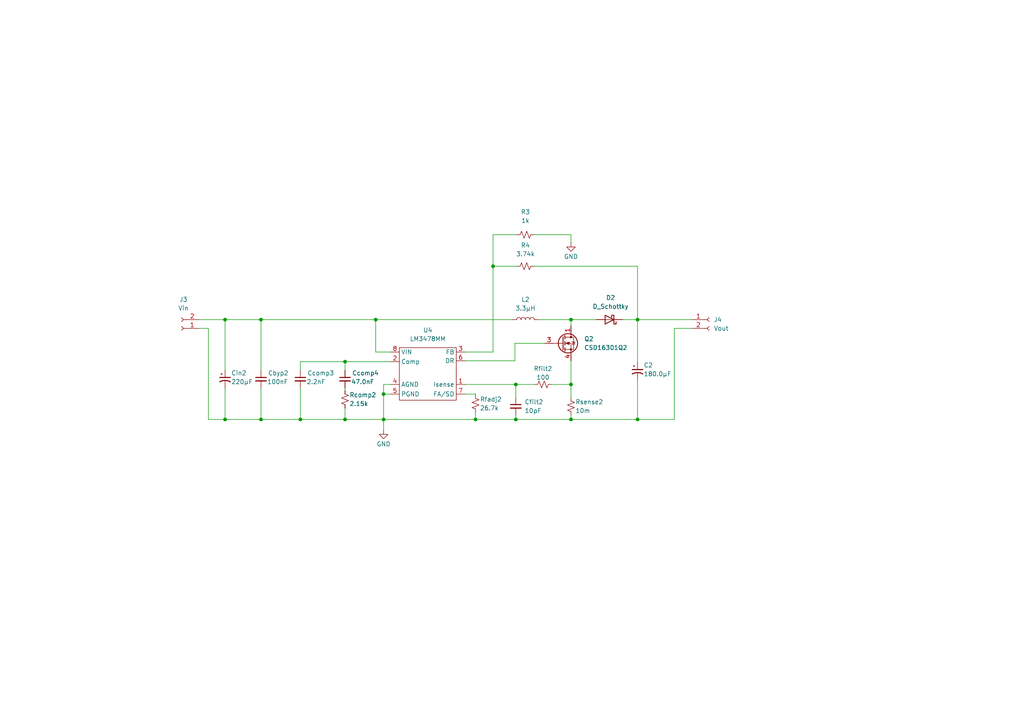
<source format=kicad_sch>
(kicad_sch (version 20211123) (generator eeschema)
  (paper "A4")
  (lib_symbols
    (symbol "Connector:Conn_01x02_Female" (pin_names (offset 1.016) hide)
      (property "Reference" "J" (at 0 2.54 0))
      (property "Value" "Conn_01x02_Female" (at 0 -5.08 0))
      (symbol "Conn_01x02_Female_1_1"
        (arc (start 0 -2.032) (mid -0.508 -2.54) (end 0 -3.048) (stroke (width 0.1524)))
        (polyline (pts (xy -1.27 -2.54) (xy -0.508 -2.54)) (stroke (width 0.1524)))
        (polyline (pts (xy -1.27 0) (xy -0.508 0)) (stroke (width 0.1524)))
        (arc (start 0 0.508) (mid -0.508 0) (end 0 -0.508) (stroke (width 0.1524)))
        (pin passive line (at -5.08 0 0) (length 3.81) (name "Pin_1") (number "1"))
        (pin passive line (at -5.08 -2.54 0) (length 3.81) (name "Pin_2") (number "2"))
      )
    )
    (symbol "CustomPower:LM3478MM"
      (property "Reference" "U" (at 0 -13.97 0))
      (property "Value" "LM3478MM" (at 0 -11.938 0))
      (symbol "LM3478MM_0_1"
        (rectangle (start -7.62 -5.08) (end 8.89 -20.32))
      )
      (symbol "LM3478MM_1_1"
        (pin input line (at 11.43 -15.748 180) (length 2.54) (name "Isense") (number "1"))
        (pin passive line (at -10.16 -9.144 0) (length 2.54) (name "Comp") (number "2"))
        (pin passive line (at 11.43 -6.35 180) (length 2.54) (name "FB") (number "3"))
        (pin passive line (at -10.16 -15.748 0) (length 2.54) (name "AGND") (number "4"))
        (pin passive line (at -10.16 -18.542 0) (length 2.54) (name "PGND") (number "5"))
        (pin passive line (at 11.43 -8.89 180) (length 2.54) (name "DR") (number "6"))
        (pin passive line (at 11.43 -18.542 180) (length 2.54) (name "FA/SD") (number "7"))
        (pin passive line (at -10.16 -6.35 0) (length 2.54) (name "VIN") (number "8"))
      )
    )
    (symbol "Device:C_Polarized_Small_US" (pin_numbers hide) (pin_names (offset 0.254) hide)
      (property "Reference" "C" (at 0.254 1.778 0))
      (property "Value" "C_Polarized_Small_US" (at 0.254 -2.032 0))
      (symbol "C_Polarized_Small_US_0_1"
        (polyline (pts (xy -1.524 0.508) (xy 1.524 0.508)) (stroke (width 0.3048)))
        (polyline (pts (xy -1.27 1.524) (xy -0.762 1.524)))
        (polyline (pts (xy -1.016 1.27) (xy -1.016 1.778)))
        (arc (start 1.524 -0.762) (mid 0 -0.3734) (end -1.524 -0.762) (stroke (width 0.3048)))
      )
      (symbol "C_Polarized_Small_US_1_1"
        (pin passive line (at 0 2.54 270) (length 2.032) (name "~") (number "1"))
        (pin passive line (at 0 -2.54 90) (length 2.032) (name "~") (number "2"))
      )
    )
    (symbol "Device:C_Small" (pin_numbers hide) (pin_names (offset 0.254) hide)
      (property "Reference" "C" (at 0.254 1.778 0))
      (property "Value" "C_Small" (at 0.254 -2.032 0))
      (symbol "C_Small_0_1"
        (polyline (pts (xy -1.524 -0.508) (xy 1.524 -0.508)) (stroke (width 0.3302)))
        (polyline (pts (xy -1.524 0.508) (xy 1.524 0.508)) (stroke (width 0.3048)))
      )
      (symbol "C_Small_1_1"
        (pin passive line (at 0 2.54 270) (length 2.032) (name "~") (number "1"))
        (pin passive line (at 0 -2.54 90) (length 2.032) (name "~") (number "2"))
      )
    )
    (symbol "Device:D_Schottky" (pin_numbers hide) (pin_names (offset 1.016) hide)
      (property "Reference" "D" (at 0 2.54 0))
      (property "Value" "D_Schottky" (at 0 -2.54 0))
      (symbol "D_Schottky_0_1"
        (polyline (pts (xy 1.27 0) (xy -1.27 0)))
        (polyline (pts (xy 1.27 1.27) (xy 1.27 -1.27) (xy -1.27 0) (xy 1.27 1.27)) (stroke (width 0.254)))
        (polyline (pts (xy -1.905 0.635) (xy -1.905 1.27) (xy -1.27 1.27) (xy -1.27 -1.27) (xy -0.635 -1.27) (xy -0.635 -0.635)) (stroke (width 0.254)))
      )
      (symbol "D_Schottky_1_1"
        (pin passive line (at -3.81 0 0) (length 2.54) (name "K") (number "1"))
        (pin passive line (at 3.81 0 180) (length 2.54) (name "A") (number "2"))
      )
    )
    (symbol "Device:L" (pin_numbers hide) (pin_names (offset 1.016) hide)
      (property "Reference" "L" (at -1.27 0 90))
      (property "Value" "L" (at 1.905 0 90))
      (symbol "L_0_1"
        (arc (start 0 -2.54) (mid 0.635 -1.905) (end 0 -1.27))
        (arc (start 0 -1.27) (mid 0.635 -0.635) (end 0 0))
        (arc (start 0 0) (mid 0.635 0.635) (end 0 1.27))
        (arc (start 0 1.27) (mid 0.635 1.905) (end 0 2.54))
      )
      (symbol "L_1_1"
        (pin passive line (at 0 3.81 270) (length 1.27) (name "1") (number "1"))
        (pin passive line (at 0 -3.81 90) (length 1.27) (name "2") (number "2"))
      )
    )
    (symbol "Device:R_Small_US" (pin_numbers hide) (pin_names (offset 0.254) hide)
      (property "Reference" "R" (at 0.762 0.508 0))
      (property "Value" "R_Small_US" (at 0.762 -1.016 0))
      (symbol "R_Small_US_1_1"
        (polyline (pts (xy 0 0) (xy 1.016 -0.381) (xy 0 -0.762) (xy -1.016 -1.143) (xy 0 -1.524)))
        (polyline (pts (xy 0 1.524) (xy 1.016 1.143) (xy 0 0.762) (xy -1.016 0.381) (xy 0 0)))
        (pin passive line (at 0 2.54 270) (length 1.016) (name "~") (number "1"))
        (pin passive line (at 0 -2.54 90) (length 1.016) (name "~") (number "2"))
      )
    )
    (symbol "Transistor_FET:CSD16301Q2" (pin_names hide)
      (property "Reference" "Q" (at 5.08 1.905 0))
      (property "Value" "CSD16301Q2" (at 5.08 0 0))
      (symbol "CSD16301Q2_0_1"
        (polyline (pts (xy 0.254 0) (xy -2.54 0)))
        (polyline (pts (xy 0.254 1.905) (xy 0.254 -1.905)) (stroke (width 0.254)))
        (polyline (pts (xy 0.762 -1.27) (xy 0.762 -2.286)) (stroke (width 0.254)))
        (polyline (pts (xy 0.762 0.508) (xy 0.762 -0.508)) (stroke (width 0.254)))
        (polyline (pts (xy 0.762 2.286) (xy 0.762 1.27)) (stroke (width 0.254)))
        (polyline (pts (xy 2.54 2.54) (xy 2.54 1.778)))
        (polyline (pts (xy 2.54 -2.54) (xy 2.54 0) (xy 0.762 0)))
        (polyline (pts (xy 0.762 -1.778) (xy 3.302 -1.778) (xy 3.302 1.778) (xy 0.762 1.778)))
        (polyline (pts (xy 1.016 0) (xy 2.032 0.381) (xy 2.032 -0.381) (xy 1.016 0)) (fill (type outline)))
        (polyline (pts (xy 2.794 0.508) (xy 2.921 0.381) (xy 3.683 0.381) (xy 3.81 0.254)))
        (polyline (pts (xy 3.302 0.381) (xy 2.921 -0.254) (xy 3.683 -0.254) (xy 3.302 0.381)))
        (circle (center 1.651 0) (radius 2.794) (stroke (width 0.254)))
        (circle (center 2.54 -1.778) (radius 0.254) (fill (type outline)))
        (circle (center 2.54 1.778) (radius 0.254) (fill (type outline)))
      )
      (symbol "CSD16301Q2_1_1"
        (pin passive line (at 2.54 5.08 270) (length 2.54) (name "D") (number "1"))
        (pin passive line (at 2.54 5.08 270) (length 2.54) hide (name "D") (number "2"))
        (pin passive line (at -5.08 0 0) (length 2.54) (name "G") (number "3"))
        (pin passive line (at 2.54 -5.08 90) (length 2.54) (name "S") (number "4"))
        (pin passive line (at 2.54 5.08 270) (length 2.54) hide (name "D") (number "5"))
        (pin passive line (at 2.54 5.08 270) (length 2.54) hide (name "D") (number "6"))
        (pin passive line (at 2.54 -5.08 90) (length 2.54) hide (name "S") (number "7"))
        (pin passive line (at 2.54 5.08 270) (length 2.54) hide (name "D") (number "8"))
      )
    )
    (symbol "power:GND" (power) (pin_names (offset 0))
      (property "Value" "GND" (at 0 -3.81 0))
      (symbol "GND_0_1"
        (polyline (pts (xy 0 0) (xy 0 -1.27) (xy 1.27 -1.27) (xy 0 -2.54) (xy -1.27 -1.27) (xy 0 -1.27)))
      )
      (symbol "GND_1_1"
        (pin power_in line (at 0 0 270) (length 0) hide (name "GND") (number "1"))
      )
    )
  )
  (junction (at 75.692 92.71))
  (junction (at 100.076 104.902))
  (junction (at 165.608 121.666))
  (junction (at 143.002 77.216))
  (junction (at 149.606 121.666))
  (junction (at 87.122 121.666))
  (junction (at 75.692 121.666))
  (junction (at 100.076 121.666))
  (junction (at 165.608 92.71))
  (junction (at 149.606 111.506))
  (junction (at 184.912 121.666))
  (junction (at 165.608 111.506))
  (junction (at 111.252 114.3))
  (junction (at 184.912 92.71))
  (junction (at 137.922 121.666))
  (junction (at 65.278 92.71))
  (junction (at 108.966 92.71))
  (junction (at 65.278 121.666))
  (junction (at 111.252 121.666))
  (wire (pts (xy 87.122 121.666) (xy 100.076 121.666)))
  (wire (pts (xy 57.658 95.25) (xy 60.452 95.25)))
  (wire (pts (xy 65.278 121.666) (xy 75.692 121.666)))
  (wire (pts (xy 57.658 92.71) (xy 65.278 92.71)))
  (wire (pts (xy 184.912 92.71) (xy 184.912 105.156)))
  (wire (pts (xy 143.002 77.216) (xy 143.002 102.108)))
  (wire (pts (xy 165.608 92.71) (xy 165.608 94.488)))
  (wire (pts (xy 108.966 102.108) (xy 113.284 102.108)))
  (wire (pts (xy 160.02 111.506) (xy 165.608 111.506)))
  (wire (pts (xy 87.122 104.902) (xy 87.122 107.442)))
  (wire (pts (xy 165.608 104.648) (xy 165.608 111.506)))
  (wire (pts (xy 75.692 112.522) (xy 75.692 121.666)))
  (wire (pts (xy 165.608 92.71) (xy 172.974 92.71)))
  (wire (pts (xy 111.252 121.666) (xy 137.922 121.666)))
  (wire (pts (xy 165.608 121.666) (xy 184.912 121.666)))
  (wire (pts (xy 100.076 104.902) (xy 100.076 107.442)))
  (wire (pts (xy 87.122 112.522) (xy 87.122 121.666)))
  (wire (pts (xy 149.606 121.666) (xy 165.608 121.666)))
  (wire (pts (xy 143.002 77.216) (xy 149.86 77.216)))
  (wire (pts (xy 180.594 92.71) (xy 184.912 92.71)))
  (wire (pts (xy 60.452 95.25) (xy 60.452 121.666)))
  (wire (pts (xy 111.252 114.3) (xy 111.252 121.666)))
  (wire (pts (xy 137.922 114.3) (xy 137.922 114.554)))
  (wire (pts (xy 65.278 92.71) (xy 75.692 92.71)))
  (wire (pts (xy 111.252 114.3) (xy 113.284 114.3)))
  (wire (pts (xy 149.352 99.568) (xy 157.988 99.568)))
  (wire (pts (xy 149.352 104.648) (xy 149.352 99.568)))
  (wire (pts (xy 75.692 92.71) (xy 75.692 107.442)))
  (wire (pts (xy 165.608 111.506) (xy 165.608 115.316)))
  (wire (pts (xy 149.606 121.666) (xy 149.606 120.396)))
  (wire (pts (xy 134.874 111.506) (xy 149.606 111.506)))
  (wire (pts (xy 143.002 68.072) (xy 143.002 77.216)))
  (wire (pts (xy 149.606 111.506) (xy 149.606 115.316)))
  (wire (pts (xy 137.922 121.666) (xy 149.606 121.666)))
  (wire (pts (xy 134.874 102.108) (xy 143.002 102.108)))
  (wire (pts (xy 60.452 121.666) (xy 65.278 121.666)))
  (wire (pts (xy 165.608 68.072) (xy 165.608 70.358)))
  (wire (pts (xy 65.278 92.71) (xy 65.278 107.442)))
  (wire (pts (xy 100.076 118.364) (xy 100.076 121.666)))
  (wire (pts (xy 75.692 121.666) (xy 87.122 121.666)))
  (wire (pts (xy 184.912 77.216) (xy 184.912 92.71)))
  (wire (pts (xy 184.912 110.236) (xy 184.912 121.666)))
  (wire (pts (xy 65.278 112.522) (xy 65.278 121.666)))
  (wire (pts (xy 134.874 104.648) (xy 149.352 104.648)))
  (wire (pts (xy 195.58 95.25) (xy 195.58 121.666)))
  (wire (pts (xy 111.252 121.666) (xy 111.252 124.714)))
  (wire (pts (xy 154.94 77.216) (xy 184.912 77.216)))
  (wire (pts (xy 111.252 121.666) (xy 100.076 121.666)))
  (wire (pts (xy 75.692 92.71) (xy 108.966 92.71)))
  (wire (pts (xy 100.076 104.902) (xy 113.284 104.902)))
  (wire (pts (xy 154.94 68.072) (xy 165.608 68.072)))
  (wire (pts (xy 149.86 68.072) (xy 143.002 68.072)))
  (wire (pts (xy 195.58 95.25) (xy 200.66 95.25)))
  (wire (pts (xy 113.284 111.506) (xy 111.252 111.506)))
  (wire (pts (xy 137.922 119.634) (xy 137.922 121.666)))
  (wire (pts (xy 149.606 111.506) (xy 154.94 111.506)))
  (wire (pts (xy 184.912 92.71) (xy 200.66 92.71)))
  (wire (pts (xy 156.21 92.71) (xy 165.608 92.71)))
  (wire (pts (xy 100.076 112.522) (xy 100.076 113.284)))
  (wire (pts (xy 108.966 92.71) (xy 148.59 92.71)))
  (wire (pts (xy 165.608 120.396) (xy 165.608 121.666)))
  (wire (pts (xy 134.874 114.3) (xy 137.922 114.3)))
  (wire (pts (xy 111.252 111.506) (xy 111.252 114.3)))
  (wire (pts (xy 195.58 121.666) (xy 184.912 121.666)))
  (wire (pts (xy 87.122 104.902) (xy 100.076 104.902)))
  (wire (pts (xy 108.966 92.71) (xy 108.966 102.108)))
  (symbol (lib_id "CustomPower:LM3478MM") (at 123.444 95.758 0) (unit 1)
    (property "Reference" "U4" (at 124.079 95.758 0))
    (property "Value" "LM3478MM" (at 124.079 98.298 0))
    (property "Footprint" "Package_SO:SOIC-8-1EP_3.9x4.9mm_P1.27mm_EP2.29x3mm" (effects hide))
  )
  (symbol (lib_id "Device:R_Small_US") (at 100.076 115.824 0) (unit 1)
    (property "Reference" "Rcomp2" (at 101.346 114.554 0) (effects (justify left)))
    (property "Value" "2.15k" (at 101.346 117.094 0) (effects (justify left)))
    (property "Footprint" "Resistor_SMD:R_0805_2012Metric_Pad1.20x1.40mm_HandSolder" (effects hide))
  )
  (symbol (lib_id "Device:R_Small_US") (at 157.48 111.506 90) (unit 1)
    (property "Reference" "Rfilt2" (at 157.48 106.934 90))
    (property "Value" "100" (at 157.48 109.474 90))
    (property "Footprint" "Resistor_SMD:R_0805_2012Metric_Pad1.20x1.40mm_HandSolder" (effects hide))
  )
  (symbol (lib_id "Device:R_Small_US") (at 152.4 77.216 90) (unit 1)
    (property "Reference" "R4" (at 152.4 71.12 90))
    (property "Value" "3.74k" (at 152.4 73.66 90))
    (property "Footprint" "Resistor_SMD:R_0402_1005Metric_Pad0.72x0.64mm_HandSolder" (effects hide))
  )
  (symbol (lib_id "Device:C_Polarized_Small_US") (at 65.278 109.982 0) (unit 1)
    (property "Reference" "Cin2" (at 67.056 108.204 0) (effects (justify left)))
    (property "Value" "220µF" (at 67.056 110.744 0) (effects (justify left)))
    (property "Footprint" "Capacitor_SMD:C_0805_2012Metric_Pad1.18x1.45mm_HandSolder" (effects hide))
  )
  (symbol (lib_id "Device:R_Small_US") (at 152.4 68.072 90) (unit 1)
    (property "Reference" "R3" (at 152.4 61.468 90))
    (property "Value" "1k" (at 152.4 64.008 90))
    (property "Footprint" "Resistor_SMD:R_0402_1005Metric_Pad0.72x0.64mm_HandSolder" (effects hide))
  )
  (symbol (lib_id "Connector:Conn_01x02_Female") (at 205.74 92.71 0) (unit 1)
    (property "Reference" "J4" (at 207.01 92.7099 0) (effects (justify left)))
    (property "Value" "Vout" (at 207.01 95.2499 0) (effects (justify left)))
    (property "Footprint" "Connector_PinHeader_2.54mm:PinHeader_1x02_P2.54mm_Vertical" (effects hide))
  )
  (symbol (lib_id "Device:R_Small_US") (at 165.608 117.856 0) (unit 1)
    (property "Reference" "Rsense2" (at 166.878 116.586 0) (effects (justify left)))
    (property "Value" "10m" (at 166.878 119.126 0) (effects (justify left)))
    (property "Footprint" "Resistor_SMD:R_1206_3216Metric_Pad1.30x1.75mm_HandSolder" (effects hide))
  )
  (symbol (lib_id "Device:D_Schottky") (at 176.784 92.71 180) (unit 1)
    (property "Reference" "D2" (at 177.1015 86.36 0))
    (property "Value" "D_Schottky" (at 177.1015 88.9 0))
    (property "Footprint" "Diode_SMD:D_SMB-SMC_Universal_Handsoldering" (effects hide))
  )
  (symbol (lib_id "Device:R_Small_US") (at 137.922 117.094 0) (unit 1)
    (property "Reference" "Rfadj2" (at 139.192 115.824 0) (effects (justify left)))
    (property "Value" "26.7k" (at 139.192 118.364 0) (effects (justify left)))
    (property "Footprint" "Resistor_SMD:R_0402_1005Metric_Pad0.72x0.64mm_HandSolder" (effects hide))
  )
  (symbol (lib_id "Transistor_FET:CSD16301Q2") (at 163.068 99.568 0) (unit 1)
    (property "Reference" "Q2" (at 169.418 98.2979 0) (effects (justify left)))
    (property "Value" "CSD16301Q2" (at 169.418 100.8379 0) (effects (justify left)))
    (property "Footprint" "Package_SON:Texas_DQK" (effects hide))
    (property "Datasheet" "http://www.ti.com/lit/ds/symlink/csd16301q2.pdf" (effects hide))
  )
  (symbol (lib_id "Device:C_Small") (at 87.122 109.982 0) (unit 1)
    (property "Reference" "Ccomp3" (at 89.154 108.204 0) (effects (justify left)))
    (property "Value" "2.2nF" (at 88.9 110.744 0) (effects (justify left)))
    (property "Footprint" "Capacitor_SMD:C_0805_2012Metric_Pad1.18x1.45mm_HandSolder" (effects hide))
  )
  (symbol (lib_id "Connector:Conn_01x02_Female") (at 52.578 95.25 180) (unit 1)
    (property "Reference" "J3" (at 53.213 86.868 0))
    (property "Value" "Vin" (at 53.213 89.408 0))
    (property "Footprint" "Connector_PinHeader_2.54mm:PinHeader_1x02_P2.54mm_Vertical" (effects hide))
  )
  (symbol (lib_id "Device:C_Small") (at 75.692 109.982 0) (unit 1)
    (property "Reference" "Cbyp2" (at 77.724 108.204 0) (effects (justify left)))
    (property "Value" "100nF" (at 77.47 110.744 0) (effects (justify left)))
    (property "Footprint" "Capacitor_SMD:C_0402_1005Metric_Pad0.74x0.62mm_HandSolder" (effects hide))
  )
  (symbol (lib_id "Device:C_Small") (at 149.606 117.856 0) (unit 1)
    (property "Reference" "Cfilt2" (at 152.146 116.5922 0) (effects (justify left)))
    (property "Value" "10ρF" (at 152.146 119.1322 0) (effects (justify left)))
    (property "Footprint" "Capacitor_SMD:C_0805_2012Metric_Pad1.18x1.45mm_HandSolder" (effects hide))
  )
  (symbol (lib_id "Device:C_Polarized_Small_US") (at 184.912 107.696 0) (unit 1)
    (property "Reference" "C2" (at 186.69 105.918 0) (effects (justify left)))
    (property "Value" "180.0μF" (at 186.69 108.458 0) (effects (justify left)))
    (property "Footprint" "Capacitor_SMD:CP_Elec_10x10" (effects hide))
  )
  (symbol (lib_id "power:GND") (at 165.608 70.358 0) (unit 1)
    (property "Reference" "#PWR0103" (effects hide))
    (property "Value" "GND" (at 165.608 74.422 0))
  )
  (symbol (lib_id "Device:C_Small") (at 100.076 109.982 0) (unit 1)
    (property "Reference" "Ccomp4" (at 102.108 108.204 0) (effects (justify left)))
    (property "Value" "47.0nF" (at 101.854 110.744 0) (effects (justify left)))
    (property "Footprint" "Resistor_SMD:R_0402_1005Metric_Pad0.72x0.64mm_HandSolder" (effects hide))
  )
  (symbol (lib_id "power:GND") (at 111.252 124.714 0) (unit 1)
    (property "Reference" "#PWR0104" (effects hide))
    (property "Value" "GND" (at 111.252 128.778 0))
  )
  (symbol (lib_id "Device:L") (at 152.4 92.71 90) (unit 1)
    (property "Reference" "L2" (at 152.4 86.868 90))
    (property "Value" "3.3µH" (at 152.4 89.408 90))
    (property "Footprint" "Inductor_SMD:L_TDK_VLP8040" (effects hide))
  )
)
</source>
